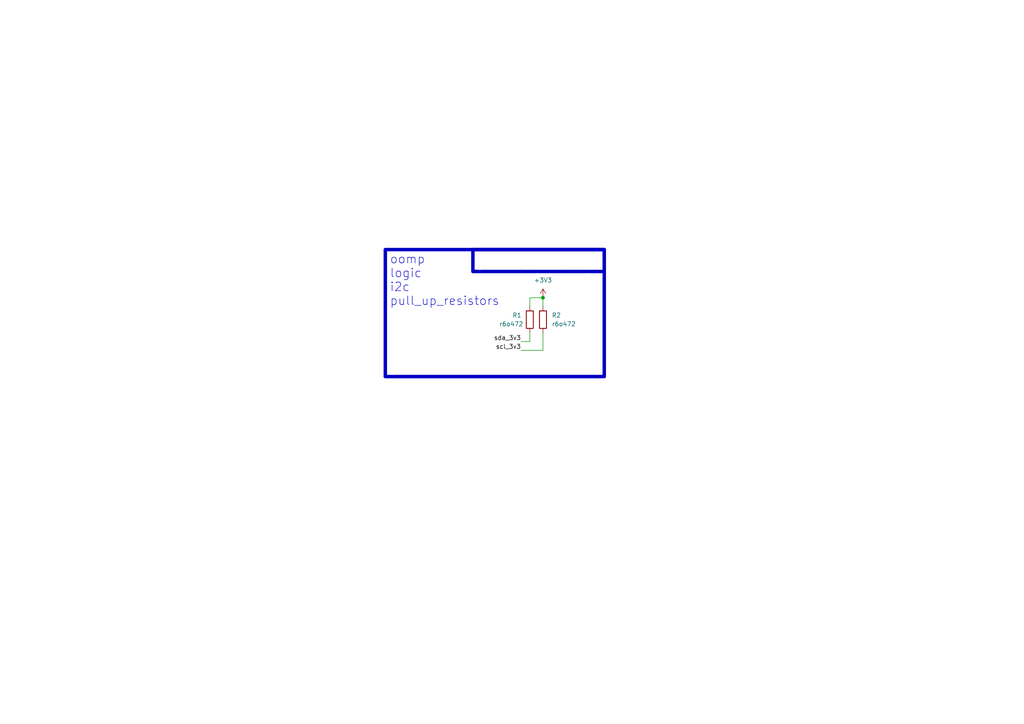
<source format=kicad_sch>
(kicad_sch (version 20230121) (generator eeschema)
  (paper "A4")
  (lib_symbols
    (symbol "oomlout_oomp_part_symbols:r6o472_electronic_resistor_0603_4700_ohm" (pin_numbers hide) (pin_names (offset 0))
      (property "Reference" "R" (at 2.032 0 90))
      (property "Value" "r6o472_electronic_resistor_0603_4700_ohm" (at 0 0 90))
      (symbol "r6o472_electronic_resistor_0603_4700_ohm_0_1"
        (rectangle (start -1.016 -2.54) (end 1.016 2.54) (stroke (width 0.254)))
      )
      (symbol "r6o472_electronic_resistor_0603_4700_ohm_1_1"
        (pin passive line (at 0 3.81 270) (length 1.27) (name "~") (number "1"))
        (pin passive line (at 0 -3.81 90) (length 1.27) (name "~") (number "2"))
      )
    )
    (symbol "power:+3V3" (power) (pin_names (offset 0))
      (property "Value" "+3V3" (at 0 3.556 0))
      (symbol "+3V3_0_1"
        (polyline (pts (xy -0.762 1.27) (xy 0 2.54)))
        (polyline (pts (xy 0 0) (xy 0 2.54)))
        (polyline (pts (xy 0 2.54) (xy 0.762 1.27)))
      )
      (symbol "+3V3_1_1"
        (pin power_in line (at 0 0 90) (length 0) hide (name "+3V3") (number "1"))
      )
    )
  )
  (junction (at 157.48 86.36))
  (wire (pts (xy 157.48 86.36) (xy 157.48 88.9)))
  (wire (pts (xy 157.48 96.52) (xy 157.48 101.6)))
  (wire (pts (xy 157.48 101.6) (xy 151.13 101.6)))
  (wire (pts (xy 151.13 99.06) (xy 153.67 99.06)))
  (wire (pts (xy 153.67 99.06) (xy 153.67 96.52)))
  (wire (pts (xy 157.48 86.36) (xy 153.67 86.36)))
  (wire (pts (xy 153.67 86.36) (xy 153.67 88.9)))
  (rectangle (start 111.76 72.39) (end 175.26 109.22) (stroke (width 1)))
  (rectangle (start 156.21 236.22) (end 156.21 236.22))
  (rectangle (start 137.16 72.39) (end 175.26 78.74) (stroke (width 1)) (fill (type color)))
  (text "i2c_pullup\n" (at 173.99 78.74 0) (effects (font (size 4 4) (thickness 0.8) bold) (justify right bottom)))
  (text "name" (at 139.7 78.74 90) (effects (font (size 1.27 1.27) (thickness 0.254) bold) (justify left bottom)))
  (text "oomp\nlogic\ni2c\npull_up_resistors\n" (at 113.03 88.9 0) (effects (font (size 2.5 2.5)) (justify left bottom)))
  (label "sda_3v3" (at 151.13 99.06 180))
  (label "scl_3v3" (at 151.13 101.6 180))
  (symbol (lib_id "oomlout_oomp_part_symbols:r6o472_electronic_resistor_0603_4700_ohm") (at 157.48 92.71 0) (unit 1)
    (property "Reference" "R2" (at 160.02 91.44 0) (effects (justify left)))
    (property "Value" "r6o472" (at 160.02 93.98 0) (effects (justify left)))
    (property "Footprint" "oomlout_oomp_part_footprints:r6o472_electronic_resistor_0603_4700_ohm" (effects hide))
    (property "Datasheet" "https://github.com/oomlout/oomlout_oomp_v3/parts/electronic_resistor_0603_4700_ohm/datasheet.pdf" (effects hide))
  )
  (symbol (lib_id "oomlout_oomp_part_symbols:r6o472_electronic_resistor_0603_4700_ohm") (at 153.67 92.71 0) (unit 1)
    (property "Reference" "R1" (at 148.59 91.44 0) (effects (justify left)))
    (property "Value" "r6o472" (at 144.78 93.98 0) (effects (justify left)))
    (property "Footprint" "oomlout_oomp_part_footprints:r6o472_electronic_resistor_0603_4700_ohm" (effects hide))
    (property "Datasheet" "https://github.com/oomlout/oomlout_oomp_v3/parts/electronic_resistor_0603_4700_ohm/datasheet.pdf" (effects hide))
  )
  (symbol (lib_id "power:+3V3") (at 157.48 86.36 0) (unit 1)
    (property "Reference" "#PWR01" (effects hide))
    (property "Value" "+3V3" (at 157.48 81.28 0))
  )
)
</source>
